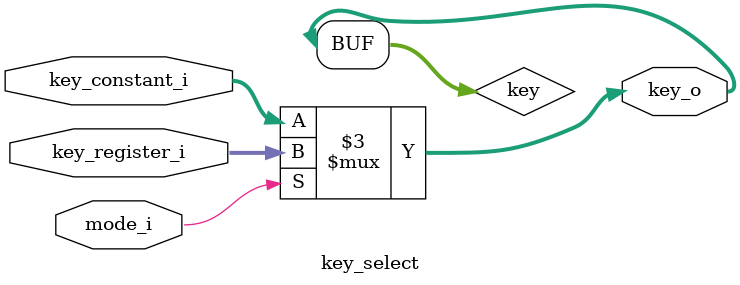
<source format=v>
module key_select (
	input mode_i,
	input [1023:0] key_register_i,
	input [1023:0] key_constant_i,
	
	output [1023:0] key_o
    );

reg [1023:0] key;

assign key_o = key;

always @(*) begin
	if (mode_i) // Output Mode
	begin
		key[1023:0] = key_register_i[1023:0];
	end else begin // Message Mode
		key[1023:0] = key_constant_i[1023:0];
	end
end

endmodule

</source>
